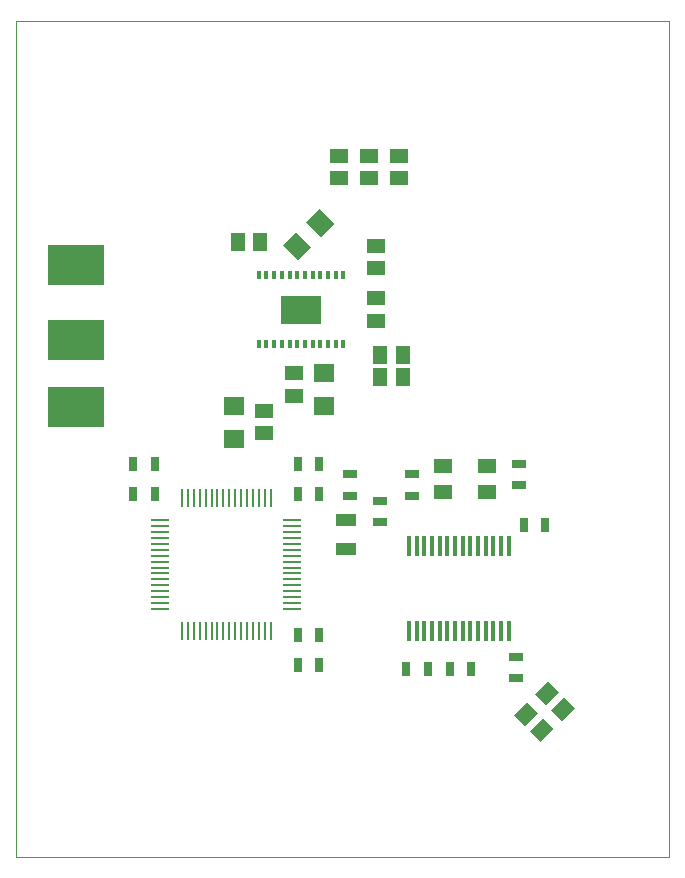
<source format=gtp>
G75*
%MOIN*%
%OFA0B0*%
%FSLAX25Y25*%
%IPPOS*%
%LPD*%
%AMOC8*
5,1,8,0,0,1.08239X$1,22.5*
%
%ADD10C,0.00000*%
%ADD11R,0.07087X0.06299*%
%ADD12R,0.05118X0.05906*%
%ADD13R,0.06299X0.07087*%
%ADD14R,0.05906X0.05118*%
%ADD15R,0.01181X0.02953*%
%ADD16R,0.13780X0.09449*%
%ADD17R,0.00984X0.06102*%
%ADD18R,0.06102X0.00984*%
%ADD19R,0.01575X0.06890*%
%ADD20R,0.07087X0.03937*%
%ADD21R,0.03150X0.04724*%
%ADD22R,0.04724X0.03150*%
%ADD23R,0.06299X0.04921*%
%ADD24R,0.03937X0.00984*%
%ADD25R,0.00984X0.03937*%
%ADD26R,0.18504X0.13504*%
D10*
X0001400Y0006400D02*
X0001400Y0285101D01*
X0218821Y0285101D01*
X0218821Y0006400D01*
X0001400Y0006400D01*
D11*
X0073900Y0145888D03*
X0073900Y0156912D03*
X0103900Y0156888D03*
X0103900Y0167912D03*
D12*
X0122660Y0166400D03*
X0122660Y0173900D03*
X0130140Y0173900D03*
X0130140Y0166400D03*
X0082640Y0211400D03*
X0075160Y0211400D03*
G36*
X0178048Y0057219D02*
X0174429Y0060838D01*
X0178604Y0065013D01*
X0182223Y0061394D01*
X0178048Y0057219D01*
G37*
G36*
X0176267Y0044858D02*
X0172648Y0048477D01*
X0176823Y0052652D01*
X0180442Y0049033D01*
X0176267Y0044858D01*
G37*
G36*
X0170977Y0050148D02*
X0167358Y0053767D01*
X0171533Y0057942D01*
X0175152Y0054323D01*
X0170977Y0050148D01*
G37*
G36*
X0183338Y0051929D02*
X0179719Y0055548D01*
X0183894Y0059723D01*
X0187513Y0056104D01*
X0183338Y0051929D01*
G37*
D13*
G36*
X0090272Y0210281D02*
X0094725Y0214734D01*
X0099734Y0209725D01*
X0095281Y0205272D01*
X0090272Y0210281D01*
G37*
G36*
X0098066Y0218075D02*
X0102519Y0222528D01*
X0107528Y0217519D01*
X0103075Y0213066D01*
X0098066Y0218075D01*
G37*
D14*
X0108900Y0232660D03*
X0108900Y0240140D03*
X0118900Y0240140D03*
X0118900Y0232660D03*
X0128900Y0232660D03*
X0128900Y0240140D03*
X0121400Y0210140D03*
X0121400Y0202660D03*
X0121400Y0192640D03*
X0121400Y0185160D03*
X0093900Y0167640D03*
X0093900Y0160160D03*
X0083900Y0155140D03*
X0083900Y0147660D03*
D15*
X0084786Y0177384D03*
X0087345Y0177384D03*
X0089904Y0177384D03*
X0092463Y0177384D03*
X0095022Y0177384D03*
X0097581Y0177384D03*
X0100140Y0177384D03*
X0102699Y0177384D03*
X0105258Y0177384D03*
X0107817Y0177384D03*
X0110376Y0177384D03*
X0110376Y0200416D03*
X0107817Y0200416D03*
X0105258Y0200416D03*
X0102699Y0200416D03*
X0100140Y0200416D03*
X0097581Y0200416D03*
X0095022Y0200416D03*
X0092463Y0200416D03*
X0089904Y0200416D03*
X0087345Y0200416D03*
X0084786Y0200416D03*
X0082227Y0200416D03*
X0082227Y0177384D03*
D16*
X0096400Y0188900D03*
D17*
X0086164Y0125947D03*
X0084195Y0125947D03*
X0082227Y0125947D03*
X0080258Y0125947D03*
X0078290Y0125947D03*
X0076321Y0125947D03*
X0074353Y0125947D03*
X0072384Y0125947D03*
X0070416Y0125947D03*
X0068447Y0125947D03*
X0066479Y0125947D03*
X0064510Y0125947D03*
X0062542Y0125947D03*
X0060573Y0125947D03*
X0058605Y0125947D03*
X0056636Y0125947D03*
X0056636Y0081853D03*
X0058605Y0081853D03*
X0060573Y0081853D03*
X0062542Y0081853D03*
X0064510Y0081853D03*
X0066479Y0081853D03*
X0068447Y0081853D03*
X0070416Y0081853D03*
X0072384Y0081853D03*
X0074353Y0081853D03*
X0076321Y0081853D03*
X0078290Y0081853D03*
X0080258Y0081853D03*
X0082227Y0081853D03*
X0084195Y0081853D03*
X0086164Y0081853D03*
D18*
X0093447Y0089136D03*
X0093447Y0091105D03*
X0093447Y0093073D03*
X0093447Y0095042D03*
X0093447Y0097010D03*
X0093447Y0098979D03*
X0093447Y0100947D03*
X0093447Y0102916D03*
X0093447Y0104884D03*
X0093447Y0106853D03*
X0093447Y0108821D03*
X0093447Y0110790D03*
X0093447Y0112758D03*
X0093447Y0114727D03*
X0093447Y0116695D03*
X0093447Y0118664D03*
X0049353Y0118664D03*
X0049353Y0116695D03*
X0049353Y0114727D03*
X0049353Y0112758D03*
X0049353Y0110790D03*
X0049353Y0108821D03*
X0049353Y0106853D03*
X0049353Y0104884D03*
X0049353Y0102916D03*
X0049353Y0100947D03*
X0049353Y0098979D03*
X0049353Y0097010D03*
X0049353Y0095042D03*
X0049353Y0093073D03*
X0049353Y0091105D03*
X0049353Y0089136D03*
D19*
X0132266Y0081853D03*
X0134825Y0081853D03*
X0137384Y0081853D03*
X0139943Y0081853D03*
X0142502Y0081853D03*
X0145061Y0081853D03*
X0147620Y0081853D03*
X0150180Y0081853D03*
X0152739Y0081853D03*
X0155298Y0081853D03*
X0157857Y0081853D03*
X0160416Y0081853D03*
X0162975Y0081853D03*
X0165534Y0081853D03*
X0165534Y0110199D03*
X0162975Y0110199D03*
X0160416Y0110199D03*
X0157857Y0110199D03*
X0155298Y0110199D03*
X0152739Y0110199D03*
X0150180Y0110199D03*
X0147620Y0110199D03*
X0145061Y0110199D03*
X0142502Y0110199D03*
X0139943Y0110199D03*
X0137384Y0110199D03*
X0134825Y0110199D03*
X0132266Y0110199D03*
D20*
X0111400Y0108979D03*
X0111400Y0118821D03*
D21*
X0102424Y0127522D03*
X0095337Y0127522D03*
X0095337Y0137365D03*
X0102424Y0137365D03*
X0102424Y0080278D03*
X0095337Y0080278D03*
X0095337Y0070435D03*
X0102424Y0070435D03*
X0131420Y0068959D03*
X0138506Y0068959D03*
X0146026Y0068959D03*
X0153113Y0068959D03*
X0170632Y0117187D03*
X0177719Y0117187D03*
X0047463Y0127522D03*
X0040376Y0127522D03*
X0040376Y0137365D03*
X0047463Y0137365D03*
D22*
X0112739Y0133939D03*
X0112739Y0126853D03*
X0122581Y0125081D03*
X0122581Y0117994D03*
X0133408Y0126853D03*
X0133408Y0133939D03*
X0168841Y0130455D03*
X0168841Y0137542D03*
X0167857Y0073073D03*
X0167857Y0065987D03*
D23*
X0158329Y0128034D03*
X0158329Y0136695D03*
X0143762Y0136695D03*
X0143762Y0128034D03*
D24*
X0167857Y0073782D03*
D25*
X0145711Y0068959D03*
X0170317Y0117187D03*
X0094645Y0137295D03*
X0047926Y0137495D03*
X0094567Y0070431D03*
D26*
X0021400Y0156400D03*
X0021400Y0178900D03*
X0021400Y0203900D03*
M02*

</source>
